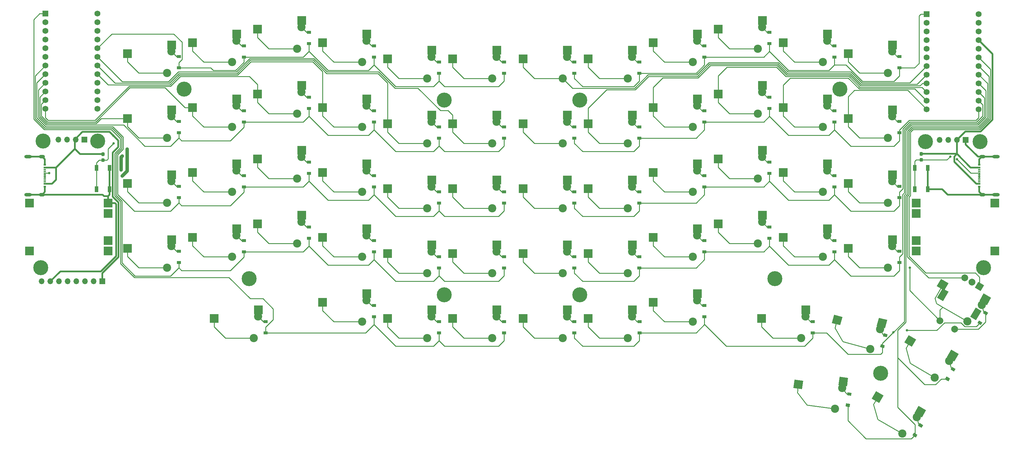
<source format=gbr>
G04 #@! TF.GenerationSoftware,KiCad,Pcbnew,(5.1.6)-1*
G04 #@! TF.CreationDate,2020-10-06T00:54:28+08:00*
G04 #@! TF.ProjectId,Galia,47616c69-612e-46b6-9963-61645f706362,rev?*
G04 #@! TF.SameCoordinates,Original*
G04 #@! TF.FileFunction,Copper,L2,Bot*
G04 #@! TF.FilePolarity,Positive*
%FSLAX46Y46*%
G04 Gerber Fmt 4.6, Leading zero omitted, Abs format (unit mm)*
G04 Created by KiCad (PCBNEW (5.1.6)-1) date 2020-10-06 00:54:28*
%MOMM*%
%LPD*%
G01*
G04 APERTURE LIST*
G04 #@! TA.AperFunction,ComponentPad*
%ADD10C,4.400000*%
G04 #@! TD*
G04 #@! TA.AperFunction,SMDPad,CuDef*
%ADD11R,1.000000X1.700000*%
G04 #@! TD*
G04 #@! TA.AperFunction,ComponentPad*
%ADD12R,2.500000X2.500000*%
G04 #@! TD*
G04 #@! TA.AperFunction,SMDPad,CuDef*
%ADD13R,2.550000X2.500000*%
G04 #@! TD*
G04 #@! TA.AperFunction,ComponentPad*
%ADD14C,2.400000*%
G04 #@! TD*
G04 #@! TA.AperFunction,ComponentPad*
%ADD15C,2.000000*%
G04 #@! TD*
G04 #@! TA.AperFunction,ComponentPad*
%ADD16C,0.100000*%
G04 #@! TD*
G04 #@! TA.AperFunction,SMDPad,CuDef*
%ADD17C,0.100000*%
G04 #@! TD*
G04 #@! TA.AperFunction,ComponentPad*
%ADD18O,2.200000X1.000000*%
G04 #@! TD*
G04 #@! TA.AperFunction,ComponentPad*
%ADD19O,1.800000X1.000000*%
G04 #@! TD*
G04 #@! TA.AperFunction,SMDPad,CuDef*
%ADD20R,0.800000X0.600000*%
G04 #@! TD*
G04 #@! TA.AperFunction,SMDPad,CuDef*
%ADD21R,0.800000X0.300000*%
G04 #@! TD*
G04 #@! TA.AperFunction,ComponentPad*
%ADD22O,1.700000X1.700000*%
G04 #@! TD*
G04 #@! TA.AperFunction,ComponentPad*
%ADD23R,1.700000X1.700000*%
G04 #@! TD*
G04 #@! TA.AperFunction,SMDPad,CuDef*
%ADD24R,1.200000X0.900000*%
G04 #@! TD*
G04 #@! TA.AperFunction,ComponentPad*
%ADD25C,1.752600*%
G04 #@! TD*
G04 #@! TA.AperFunction,ComponentPad*
%ADD26R,1.752600X1.752600*%
G04 #@! TD*
G04 #@! TA.AperFunction,ViaPad*
%ADD27C,0.700000*%
G04 #@! TD*
G04 #@! TA.AperFunction,Conductor*
%ADD28C,0.250000*%
G04 #@! TD*
G04 #@! TA.AperFunction,Conductor*
%ADD29C,0.500000*%
G04 #@! TD*
G04 #@! TA.AperFunction,Conductor*
%ADD30C,1.000000*%
G04 #@! TD*
G04 APERTURE END LIST*
D10*
X73081297Y-72328799D03*
X57081297Y-72328799D03*
X331532500Y-72487549D03*
X315532500Y-72487549D03*
D11*
X312425000Y-80193750D03*
X312425000Y-86493750D03*
X316225000Y-80193750D03*
X316225000Y-86493750D03*
D12*
X312856250Y-101581250D03*
X312856250Y-93581250D03*
X312856250Y-104581250D03*
X312856250Y-90581250D03*
X335856250Y-104581250D03*
X335856250Y-90581250D03*
X76081548Y-93581198D03*
X76081548Y-101581198D03*
X76081548Y-90581198D03*
X76081548Y-104581198D03*
X53081548Y-90581198D03*
X53081548Y-104581198D03*
D10*
X56356248Y-109537500D03*
X332581250Y-109537500D03*
X302418750Y-140493750D03*
X271462500Y-112712500D03*
X290512500Y-57150000D03*
X214312500Y-117475000D03*
X214312500Y-60325000D03*
X117475000Y-112712500D03*
X98425000Y-57150000D03*
X174625000Y-117475000D03*
X174625000Y-60325000D03*
D13*
X292952500Y-103822500D03*
X305879500Y-101282500D03*
D14*
X305787500Y-103212500D03*
X304537500Y-109512500D03*
D15*
X324146314Y-127576887D03*
G04 #@! TA.AperFunction,ComponentPad*
D16*
G36*
X331030289Y-113653493D02*
G01*
X332762339Y-114653493D01*
X331762339Y-116385543D01*
X330030289Y-115385543D01*
X331030289Y-113653493D01*
G37*
G04 #@! TD.AperFunction*
D15*
X329231250Y-113769518D03*
X327066186Y-112519518D03*
X319816186Y-125076887D03*
G04 #@! TA.AperFunction,ComponentPad*
D16*
G36*
X330264967Y-121179068D02*
G01*
X331997017Y-122179068D01*
X330397017Y-124950350D01*
X328664967Y-123950350D01*
X330264967Y-121179068D01*
G37*
G04 #@! TD.AperFunction*
G04 #@! TA.AperFunction,ComponentPad*
G36*
X320565483Y-115579068D02*
G01*
X322297533Y-116579068D01*
X320697533Y-119350350D01*
X318965483Y-118350350D01*
X320565483Y-115579068D01*
G37*
G04 #@! TD.AperFunction*
D13*
X235802500Y-43497501D03*
X248729500Y-40957501D03*
D14*
X248637500Y-42887501D03*
X247387500Y-49187501D03*
D13*
X235802501Y-119697500D03*
X248729501Y-117157500D03*
D14*
X248637501Y-119087500D03*
X247387501Y-125387500D03*
G04 #@! TA.AperFunction,SMDPad,CuDef*
D17*
G36*
X312819642Y-130575261D02*
G01*
X311569642Y-132740325D01*
X309361278Y-131465325D01*
X310611278Y-129300261D01*
X312819642Y-130575261D01*
G37*
G04 #@! TD.AperFunction*
G04 #@! TA.AperFunction,SMDPad,CuDef*
G36*
X325284752Y-134839057D02*
G01*
X324034752Y-137004121D01*
X321826388Y-135729121D01*
X323076388Y-133564057D01*
X325284752Y-134839057D01*
G37*
G04 #@! TD.AperFunction*
D14*
X322510896Y-136909518D03*
X318278364Y-141740478D03*
X327803364Y-125242689D03*
X332035896Y-120411729D03*
G04 #@! TA.AperFunction,SMDPad,CuDef*
D17*
G36*
X334809752Y-118341268D02*
G01*
X333559752Y-120506332D01*
X331351388Y-119231332D01*
X332601388Y-117066268D01*
X334809752Y-118341268D01*
G37*
G04 #@! TD.AperFunction*
G04 #@! TA.AperFunction,SMDPad,CuDef*
G36*
X322344642Y-114077472D02*
G01*
X321094642Y-116242536D01*
X318886278Y-114967536D01*
X320136278Y-112802472D01*
X322344642Y-114077472D01*
G37*
G04 #@! TD.AperFunction*
G04 #@! TA.AperFunction,SMDPad,CuDef*
G36*
X303294641Y-147069015D02*
G01*
X302044641Y-149234079D01*
X299836277Y-147959079D01*
X301086277Y-145794015D01*
X303294641Y-147069015D01*
G37*
G04 #@! TD.AperFunction*
G04 #@! TA.AperFunction,SMDPad,CuDef*
G36*
X315759751Y-151332811D02*
G01*
X314509751Y-153497875D01*
X312301387Y-152222875D01*
X313551387Y-150057811D01*
X315759751Y-151332811D01*
G37*
G04 #@! TD.AperFunction*
D14*
X312985895Y-153403272D03*
X308753363Y-158234232D03*
G04 #@! TA.AperFunction,SMDPad,CuDef*
D17*
G36*
X279759400Y-142690316D02*
G01*
X279433084Y-145168928D01*
X276904900Y-144836086D01*
X277231216Y-142357474D01*
X279759400Y-142690316D01*
G37*
G04 #@! TD.AperFunction*
G04 #@! TA.AperFunction,SMDPad,CuDef*
G36*
X292907344Y-141859358D02*
G01*
X292581028Y-144337970D01*
X290052844Y-144005128D01*
X290379160Y-141526516D01*
X292907344Y-141859358D01*
G37*
G04 #@! TD.AperFunction*
D14*
X291136965Y-144833723D03*
X289075344Y-150916668D03*
D13*
X273902500Y-100647499D03*
X286829500Y-98107499D03*
D14*
X286737500Y-100037499D03*
X285487500Y-106337499D03*
G04 #@! TA.AperFunction,SMDPad,CuDef*
D17*
G36*
X291232282Y-123984655D02*
G01*
X290585235Y-126399470D01*
X288122124Y-125739481D01*
X288769171Y-123324666D01*
X291232282Y-123984655D01*
G37*
G04 #@! TD.AperFunction*
G04 #@! TA.AperFunction,SMDPad,CuDef*
G36*
X304376205Y-124876958D02*
G01*
X303729158Y-127291773D01*
X301266047Y-126631784D01*
X301913094Y-124216969D01*
X304376205Y-124876958D01*
G37*
G04 #@! TD.AperFunction*
D14*
X302232740Y-127594796D03*
X299394773Y-133356605D03*
D13*
X292952498Y-84772500D03*
X305879498Y-82232500D03*
D14*
X305787498Y-84162500D03*
X304537498Y-90462500D03*
D13*
X292952500Y-65722501D03*
X305879500Y-63182501D03*
D14*
X305787500Y-65112501D03*
X304537500Y-71412501D03*
D13*
X273902500Y-81597499D03*
X286829500Y-79057499D03*
D14*
X286737500Y-80987499D03*
X285487500Y-87287499D03*
D13*
X177065000Y-124460000D03*
X189992000Y-121920000D03*
D14*
X189900000Y-123850000D03*
X188650000Y-130150000D03*
D13*
X197702500Y-48260000D03*
X210629500Y-45720000D03*
D14*
X210537500Y-47650000D03*
X209287500Y-53950000D03*
D13*
X158015000Y-105410000D03*
X170942000Y-102870000D03*
D14*
X170850000Y-104800000D03*
X169600000Y-111100000D03*
D13*
X177065000Y-105410000D03*
X189992000Y-102870000D03*
D14*
X189900000Y-104800000D03*
X188650000Y-111100000D03*
D13*
X177065000Y-86360000D03*
X189992000Y-83820000D03*
D14*
X189900000Y-85750000D03*
X188650000Y-92050000D03*
D13*
X177065000Y-67310000D03*
X189992000Y-64770000D03*
D14*
X189900000Y-66700000D03*
X188650000Y-73000000D03*
D13*
X177065000Y-48260000D03*
X189992000Y-45720000D03*
D14*
X189900000Y-47650000D03*
X188650000Y-53950000D03*
D13*
X158015000Y-124460000D03*
X170942000Y-121920000D03*
D14*
X170850000Y-123850000D03*
X169600000Y-130150000D03*
D13*
X158015000Y-86360000D03*
X170942000Y-83820000D03*
D14*
X170850000Y-85750000D03*
X169600000Y-92050000D03*
D13*
X158015000Y-67310000D03*
X170942000Y-64770000D03*
D14*
X170850000Y-66700000D03*
X169600000Y-73000000D03*
D13*
X158015000Y-48260000D03*
X170942000Y-45720000D03*
D14*
X170850000Y-47650000D03*
X169600000Y-53950000D03*
D13*
X138965000Y-119697500D03*
X151892000Y-117157500D03*
D14*
X151800000Y-119087500D03*
X150550000Y-125387500D03*
D13*
X138965000Y-100647500D03*
X151892000Y-98107500D03*
D14*
X151800000Y-100037500D03*
X150550000Y-106337500D03*
D13*
X138965000Y-81597500D03*
X151892000Y-79057500D03*
D14*
X151800000Y-80987500D03*
X150550000Y-87287500D03*
D13*
X138965000Y-62547500D03*
X151892000Y-60007500D03*
D14*
X151800000Y-61937500D03*
X150550000Y-68237500D03*
D13*
X138965000Y-43497500D03*
X151892000Y-40957500D03*
D14*
X151800000Y-42887500D03*
X150550000Y-49187500D03*
D13*
X107215000Y-124460000D03*
X120142000Y-121920000D03*
D14*
X120050000Y-123850000D03*
X118800000Y-130150000D03*
D13*
X119915000Y-96678750D03*
X132842000Y-94138750D03*
D14*
X132750000Y-96068750D03*
X131500000Y-102368750D03*
D13*
X119915000Y-77628750D03*
X132842000Y-75088750D03*
D14*
X132750000Y-77018750D03*
X131500000Y-83318750D03*
D13*
X119915000Y-58578750D03*
X132842000Y-56038750D03*
D14*
X132750000Y-57968750D03*
X131500000Y-64268750D03*
D13*
X119915000Y-39528750D03*
X132842000Y-36988750D03*
D14*
X132750000Y-38918750D03*
X131500000Y-45218750D03*
D13*
X100865000Y-100647500D03*
X113792000Y-98107500D03*
D14*
X113700000Y-100037500D03*
X112450000Y-106337500D03*
D13*
X100865000Y-81597500D03*
X113792000Y-79057500D03*
D14*
X113700000Y-80987500D03*
X112450000Y-87287500D03*
D13*
X100865000Y-62547500D03*
X113792000Y-60007500D03*
D14*
X113700000Y-61937500D03*
X112450000Y-68237500D03*
D13*
X100865000Y-43497500D03*
X113792000Y-40957500D03*
D14*
X113700000Y-42887500D03*
X112450000Y-49187500D03*
D13*
X81815000Y-103822500D03*
X94742000Y-101282500D03*
D14*
X94650000Y-103212500D03*
X93400000Y-109512500D03*
D13*
X81815000Y-84772500D03*
X94742000Y-82232500D03*
D14*
X94650000Y-84162500D03*
X93400000Y-90462500D03*
D13*
X81815000Y-65722500D03*
X94742000Y-63182500D03*
D14*
X94650000Y-65112500D03*
X93400000Y-71412500D03*
D13*
X81815000Y-46672500D03*
X94742000Y-44132500D03*
D14*
X94650000Y-46062500D03*
X93400000Y-52362500D03*
D13*
X292952501Y-46672500D03*
X305879501Y-44132500D03*
D14*
X305787501Y-46062500D03*
X304537501Y-52362500D03*
D13*
X273902499Y-62547500D03*
X286829499Y-60007500D03*
D14*
X286737499Y-61937500D03*
X285487499Y-68237500D03*
D13*
X273902499Y-43497500D03*
X286829499Y-40957500D03*
D14*
X286737499Y-42887500D03*
X285487499Y-49187500D03*
D13*
X267552500Y-124460000D03*
X280479500Y-121920000D03*
D14*
X280387500Y-123850000D03*
X279137500Y-130150000D03*
D13*
X254852501Y-96678750D03*
X267779501Y-94138750D03*
D14*
X267687501Y-96068750D03*
X266437501Y-102368750D03*
D13*
X254852501Y-77628749D03*
X267779501Y-75088749D03*
D14*
X267687501Y-77018749D03*
X266437501Y-83318749D03*
D13*
X254852500Y-58578751D03*
X267779500Y-56038751D03*
D14*
X267687500Y-57968751D03*
X266437500Y-64268751D03*
D13*
X254852501Y-39528750D03*
X267779501Y-36988750D03*
D14*
X267687501Y-38918750D03*
X266437501Y-45218750D03*
D13*
X235802500Y-100647499D03*
X248729500Y-98107499D03*
D14*
X248637500Y-100037499D03*
X247387500Y-106337499D03*
D13*
X235802500Y-81597499D03*
X248729500Y-79057499D03*
D14*
X248637500Y-80987499D03*
X247387500Y-87287499D03*
D13*
X235802500Y-62547501D03*
X248729500Y-60007501D03*
D14*
X248637500Y-61937501D03*
X247387500Y-68237501D03*
D13*
X216752499Y-124460002D03*
X229679499Y-121920002D03*
D14*
X229587499Y-123850002D03*
X228337499Y-130150002D03*
D13*
X216752499Y-105410000D03*
X229679499Y-102870000D03*
D14*
X229587499Y-104800000D03*
X228337499Y-111100000D03*
D13*
X216752501Y-86360000D03*
X229679501Y-83820000D03*
D14*
X229587501Y-85750000D03*
X228337501Y-92050000D03*
D13*
X216752499Y-67310000D03*
X229679499Y-64770000D03*
D14*
X229587499Y-66700000D03*
X228337499Y-73000000D03*
D13*
X216752500Y-48259999D03*
X229679500Y-45719999D03*
D14*
X229587500Y-47649999D03*
X228337500Y-53949999D03*
D13*
X197702501Y-124459999D03*
X210629501Y-121919999D03*
D14*
X210537501Y-123849999D03*
X209287501Y-130149999D03*
D13*
X197702501Y-105410000D03*
X210629501Y-102870000D03*
D14*
X210537501Y-104800000D03*
X209287501Y-111100000D03*
D13*
X197702501Y-86360000D03*
X210629501Y-83820000D03*
D14*
X210537501Y-85750000D03*
X209287501Y-92050000D03*
D13*
X197702500Y-67310001D03*
X210629500Y-64770001D03*
D14*
X210537500Y-66700001D03*
X209287500Y-73000001D03*
G04 #@! TA.AperFunction,SMDPad,CuDef*
D17*
G36*
X331824942Y-126352112D02*
G01*
X330785712Y-125752112D01*
X331235712Y-124972690D01*
X332274942Y-125572690D01*
X331824942Y-126352112D01*
G37*
G04 #@! TD.AperFunction*
G04 #@! TA.AperFunction,SMDPad,CuDef*
G36*
X333474942Y-123494228D02*
G01*
X332435712Y-122894228D01*
X332885712Y-122114806D01*
X333924942Y-122714806D01*
X333474942Y-123494228D01*
G37*
G04 #@! TD.AperFunction*
G04 #@! TA.AperFunction,SMDPad,CuDef*
G36*
X322299942Y-142849901D02*
G01*
X321260712Y-142249901D01*
X321710712Y-141470479D01*
X322749942Y-142070479D01*
X322299942Y-142849901D01*
G37*
G04 #@! TD.AperFunction*
G04 #@! TA.AperFunction,SMDPad,CuDef*
G36*
X323949942Y-139992017D02*
G01*
X322910712Y-139392017D01*
X323360712Y-138612595D01*
X324399942Y-139212595D01*
X323949942Y-139992017D01*
G37*
G04 #@! TD.AperFunction*
G04 #@! TA.AperFunction,SMDPad,CuDef*
G36*
X312774942Y-159347685D02*
G01*
X311735712Y-158747685D01*
X312185712Y-157968263D01*
X313224942Y-158568263D01*
X312774942Y-159347685D01*
G37*
G04 #@! TD.AperFunction*
G04 #@! TA.AperFunction,SMDPad,CuDef*
G36*
X314424942Y-156489801D02*
G01*
X313385712Y-155889801D01*
X313835712Y-155110379D01*
X314874942Y-155710379D01*
X314424942Y-156489801D01*
G37*
G04 #@! TD.AperFunction*
D18*
X336237500Y-76931250D03*
X336237500Y-88081250D03*
D19*
X332237500Y-76931250D03*
X332237500Y-88081250D03*
D20*
X331337500Y-85706250D03*
X331337500Y-79306250D03*
X331337500Y-80106250D03*
X331337500Y-84906250D03*
D21*
X331337500Y-83256250D03*
X331337500Y-81756250D03*
X331337500Y-82756250D03*
X331337500Y-82256250D03*
X331337500Y-81256250D03*
X331337500Y-80756250D03*
X331337500Y-83756250D03*
X331337500Y-84256250D03*
D18*
X52700000Y-88081250D03*
X52700000Y-76931250D03*
D19*
X56700000Y-88081250D03*
X56700000Y-76931250D03*
D20*
X57600000Y-79306250D03*
X57600000Y-85706250D03*
X57600000Y-84906250D03*
X57600000Y-80106250D03*
D21*
X57600000Y-81756250D03*
X57600000Y-83256250D03*
X57600000Y-82256250D03*
X57600000Y-82756250D03*
X57600000Y-83756250D03*
X57600000Y-84256250D03*
X57600000Y-81256250D03*
X57600000Y-80756250D03*
D22*
X61595000Y-71913750D03*
X64135000Y-71913750D03*
X66675000Y-71913750D03*
D23*
X69215000Y-71913750D03*
X327342500Y-71987549D03*
D22*
X324802500Y-71987549D03*
X322262500Y-71987549D03*
X319722500Y-71987549D03*
G04 #@! TA.AperFunction,SMDPad,CuDef*
D17*
G36*
X293367822Y-150403818D02*
G01*
X292178088Y-150247186D01*
X292295562Y-149354886D01*
X293485296Y-149511518D01*
X293367822Y-150403818D01*
G37*
G04 #@! TD.AperFunction*
G04 #@! TA.AperFunction,SMDPad,CuDef*
G36*
X293798558Y-147132050D02*
G01*
X292608824Y-146975418D01*
X292726298Y-146083118D01*
X293916032Y-146239750D01*
X293798558Y-147132050D01*
G37*
G04 #@! TD.AperFunction*
D24*
X288925001Y-104837501D03*
X288925001Y-101537501D03*
G04 #@! TA.AperFunction,SMDPad,CuDef*
D17*
G36*
X303413371Y-133131543D02*
G01*
X302254260Y-132820960D01*
X302487197Y-131951627D01*
X303646308Y-132262210D01*
X303413371Y-133131543D01*
G37*
G04 #@! TD.AperFunction*
G04 #@! TA.AperFunction,SMDPad,CuDef*
G36*
X304267473Y-129943987D02*
G01*
X303108362Y-129633404D01*
X303341299Y-128764071D01*
X304500410Y-129074654D01*
X304267473Y-129943987D01*
G37*
G04 #@! TD.AperFunction*
D24*
X307975000Y-88962500D03*
X307975000Y-85662500D03*
X307974999Y-69912499D03*
X307974999Y-66612499D03*
X212725000Y-52450000D03*
X212725000Y-49150000D03*
D25*
X73025000Y-34942500D03*
X57785000Y-62882500D03*
X73025000Y-37482500D03*
X73025000Y-40022500D03*
X73025000Y-42562500D03*
X73025000Y-45102500D03*
X73025000Y-47642500D03*
X73025000Y-50182500D03*
X73025000Y-52722500D03*
X73025000Y-55262500D03*
X73025000Y-57802500D03*
X73025000Y-60342500D03*
X73025000Y-62882500D03*
X57785000Y-60342500D03*
X57785000Y-57802500D03*
X57785000Y-55262500D03*
X57785000Y-52722500D03*
X57785000Y-50182500D03*
X57785000Y-47642500D03*
X57785000Y-45102500D03*
X57785000Y-42562500D03*
X57785000Y-40022500D03*
X57785000Y-37482500D03*
D26*
X57785000Y-34942500D03*
D25*
X331152500Y-35101250D03*
X315912500Y-63041250D03*
X331152500Y-37641250D03*
X331152500Y-40181250D03*
X331152500Y-42721250D03*
X331152500Y-45261250D03*
X331152500Y-47801250D03*
X331152500Y-50341250D03*
X331152500Y-52881250D03*
X331152500Y-55421250D03*
X331152500Y-57961250D03*
X331152500Y-60501250D03*
X331152500Y-63041250D03*
X315912500Y-60501250D03*
X315912500Y-57961250D03*
X315912500Y-55421250D03*
X315912500Y-52881250D03*
X315912500Y-50341250D03*
X315912500Y-47801250D03*
X315912500Y-45261250D03*
X315912500Y-42721250D03*
X315912500Y-40181250D03*
X315912500Y-37641250D03*
D26*
X315912500Y-35101250D03*
D11*
X72712500Y-80193750D03*
X72712500Y-86493750D03*
X76512500Y-80193750D03*
X76512500Y-86493750D03*
G04 #@! TA.AperFunction,SMDPad,CuDef*
G36*
G01*
X74375000Y-75675000D02*
X74850000Y-75675000D01*
G75*
G02*
X75087500Y-75912500I0J-237500D01*
G01*
X75087500Y-76487500D01*
G75*
G02*
X74850000Y-76725000I-237500J0D01*
G01*
X74375000Y-76725000D01*
G75*
G02*
X74137500Y-76487500I0J237500D01*
G01*
X74137500Y-75912500D01*
G75*
G02*
X74375000Y-75675000I237500J0D01*
G01*
G37*
G04 #@! TD.AperFunction*
G04 #@! TA.AperFunction,SMDPad,CuDef*
G36*
G01*
X74375000Y-77425000D02*
X74850000Y-77425000D01*
G75*
G02*
X75087500Y-77662500I0J-237500D01*
G01*
X75087500Y-78237500D01*
G75*
G02*
X74850000Y-78475000I-237500J0D01*
G01*
X74375000Y-78475000D01*
G75*
G02*
X74137500Y-78237500I0J237500D01*
G01*
X74137500Y-77662500D01*
G75*
G02*
X74375000Y-77425000I237500J0D01*
G01*
G37*
G04 #@! TD.AperFunction*
G04 #@! TA.AperFunction,SMDPad,CuDef*
G36*
G01*
X314087500Y-75593750D02*
X314562500Y-75593750D01*
G75*
G02*
X314800000Y-75831250I0J-237500D01*
G01*
X314800000Y-76406250D01*
G75*
G02*
X314562500Y-76643750I-237500J0D01*
G01*
X314087500Y-76643750D01*
G75*
G02*
X313850000Y-76406250I0J237500D01*
G01*
X313850000Y-75831250D01*
G75*
G02*
X314087500Y-75593750I237500J0D01*
G01*
G37*
G04 #@! TD.AperFunction*
G04 #@! TA.AperFunction,SMDPad,CuDef*
G36*
G01*
X314087500Y-77343750D02*
X314562500Y-77343750D01*
G75*
G02*
X314800000Y-77581250I0J-237500D01*
G01*
X314800000Y-78156250D01*
G75*
G02*
X314562500Y-78393750I-237500J0D01*
G01*
X314087500Y-78393750D01*
G75*
G02*
X313850000Y-78156250I0J237500D01*
G01*
X313850000Y-77581250D01*
G75*
G02*
X314087500Y-77343750I237500J0D01*
G01*
G37*
G04 #@! TD.AperFunction*
D23*
X74453750Y-113506250D03*
D22*
X71913750Y-113506250D03*
X69373750Y-113506250D03*
X66833750Y-113506250D03*
X64293750Y-113506250D03*
X61753750Y-113506250D03*
X59213750Y-113506250D03*
X56673750Y-113506250D03*
D24*
X192087500Y-128650000D03*
X192087500Y-125350000D03*
X192087500Y-109600000D03*
X192087500Y-106300000D03*
X192087500Y-90550000D03*
X192087500Y-87250000D03*
X192087500Y-71500000D03*
X192087500Y-68200000D03*
X192087500Y-52450000D03*
X192087500Y-49150000D03*
X173037500Y-128650000D03*
X173037500Y-125350000D03*
X173037500Y-109600000D03*
X173037500Y-106300000D03*
X173037500Y-90550000D03*
X173037500Y-87250000D03*
X173037500Y-71500000D03*
X173037500Y-68200000D03*
X173037500Y-52450000D03*
X173037500Y-49150000D03*
X153987500Y-123887500D03*
X153987500Y-120587500D03*
X153987500Y-104837500D03*
X153987500Y-101537500D03*
X153987500Y-85787500D03*
X153987500Y-82487500D03*
X153987500Y-66737500D03*
X153987500Y-63437500D03*
X153987500Y-47687500D03*
X153987500Y-44387500D03*
X122237500Y-128650000D03*
X122237500Y-125350000D03*
X134937500Y-100868750D03*
X134937500Y-97568750D03*
X134937500Y-81818750D03*
X134937500Y-78518750D03*
X134937500Y-62768750D03*
X134937500Y-59468750D03*
X134937500Y-43718750D03*
X134937500Y-40418750D03*
X115887500Y-104837500D03*
X115887500Y-101537500D03*
X115887500Y-85787500D03*
X115887500Y-82487500D03*
X115887500Y-66737500D03*
X115887500Y-63437500D03*
X115887500Y-47687500D03*
X115887500Y-44387500D03*
X96837500Y-108012500D03*
X96837500Y-104712500D03*
X96837500Y-88962500D03*
X96837500Y-85662500D03*
X96837500Y-69912500D03*
X96837500Y-66612500D03*
X96837500Y-50862500D03*
X96837500Y-47562500D03*
X307975001Y-108012500D03*
X307975001Y-104712500D03*
X307974999Y-50862501D03*
X307974999Y-47562501D03*
X288925000Y-85787500D03*
X288925000Y-82487500D03*
X288925000Y-66737499D03*
X288925000Y-63437499D03*
X288925000Y-47687499D03*
X288925000Y-44387499D03*
X282575000Y-128650001D03*
X282575000Y-125350001D03*
X269875000Y-100868750D03*
X269875000Y-97568750D03*
X269875000Y-81818750D03*
X269875000Y-78518750D03*
X269874999Y-62768749D03*
X269874999Y-59468749D03*
X269875000Y-43718751D03*
X269875000Y-40418751D03*
X250825000Y-123887501D03*
X250825000Y-120587501D03*
X250825001Y-104837500D03*
X250825001Y-101537500D03*
X250825000Y-85787500D03*
X250825000Y-82487500D03*
X250825001Y-66737500D03*
X250825001Y-63437500D03*
X250825000Y-47687500D03*
X250825000Y-44387500D03*
X231787500Y-128650000D03*
X231787500Y-125350000D03*
X231775000Y-109600001D03*
X231775000Y-106300001D03*
X231775000Y-90550001D03*
X231775000Y-87250001D03*
X231775000Y-71500000D03*
X231775000Y-68200000D03*
X231775000Y-52450000D03*
X231775000Y-49150000D03*
X212725000Y-128649999D03*
X212725000Y-125349999D03*
X212724999Y-109600000D03*
X212724999Y-106300000D03*
X212725000Y-90549999D03*
X212725000Y-87249999D03*
X212725000Y-71499999D03*
X212725000Y-68199999D03*
D27*
X310181250Y-127914709D03*
X306143818Y-128527277D03*
X77631328Y-70750000D03*
X79950000Y-80850000D03*
X80300000Y-76750000D03*
X322800000Y-76918750D03*
X77750000Y-73000000D03*
X310956280Y-109500000D03*
X324800000Y-77700000D03*
X58850000Y-81750000D03*
X81700000Y-74750000D03*
X80250000Y-82600000D03*
D28*
X212037500Y-49150000D02*
X210537500Y-47650000D01*
X212725000Y-49150000D02*
X212037500Y-49150000D01*
X210629500Y-47558000D02*
X210537500Y-47650000D01*
X210629500Y-45720000D02*
X210629500Y-47558000D01*
X212725000Y-52450000D02*
X212725000Y-53975000D01*
X215125000Y-56375000D02*
X230168750Y-56375000D01*
X212725000Y-53975000D02*
X215125000Y-56375000D01*
X231775000Y-54768750D02*
X231775000Y-52450000D01*
X230168750Y-56375000D02*
X231775000Y-54768750D01*
X231775000Y-52450000D02*
X248381250Y-52450000D01*
X248381250Y-52450000D02*
X250825000Y-50006250D01*
X250825000Y-50006250D02*
X250825000Y-47687500D01*
X250825000Y-47687500D02*
X268225000Y-47687500D01*
X268225000Y-47687500D02*
X269875000Y-46037500D01*
X269875000Y-46037500D02*
X269875000Y-43718751D01*
X275450001Y-51612501D02*
X287318749Y-51612501D01*
X269875000Y-46037500D02*
X275450001Y-51612501D01*
X287318749Y-51612501D02*
X288925000Y-50006250D01*
X288925000Y-50006250D02*
X288925000Y-47687499D01*
X314186250Y-35101250D02*
X315912500Y-35101250D01*
X312374999Y-50862501D02*
X313662500Y-49575000D01*
X313662500Y-49575000D02*
X313662500Y-35625000D01*
X313662500Y-35625000D02*
X314186250Y-35101250D01*
X307974999Y-50862501D02*
X312374999Y-50862501D01*
X292306250Y-50006250D02*
X288925000Y-50006250D01*
X297087501Y-54787501D02*
X292306250Y-50006250D01*
X306368749Y-54787501D02*
X297087501Y-54787501D01*
X307974999Y-50862501D02*
X307974999Y-53181251D01*
X307974999Y-53181251D02*
X306368749Y-54787501D01*
X210629500Y-66608000D02*
X210537500Y-66700000D01*
X210629500Y-64770000D02*
X210629500Y-66608000D01*
X212037500Y-68200000D02*
X210537500Y-66700000D01*
X212725000Y-68200000D02*
X212037500Y-68200000D01*
X306368749Y-73837501D02*
X307974999Y-72231251D01*
X288925000Y-69056250D02*
X293706251Y-73837501D01*
X293706251Y-73837501D02*
X306368749Y-73837501D01*
X307974999Y-72231251D02*
X307974999Y-69912501D01*
X250825000Y-66737500D02*
X268225000Y-66737500D01*
X268225000Y-66737500D02*
X269875000Y-65087500D01*
X231775000Y-73818750D02*
X231775000Y-71500000D01*
X230168750Y-75425000D02*
X231775000Y-73818750D01*
X212725000Y-71500000D02*
X212725000Y-73025000D01*
X212725000Y-73025000D02*
X215125000Y-75425000D01*
X215125000Y-75425000D02*
X230168750Y-75425000D01*
X269875000Y-65087500D02*
X275450001Y-70662501D01*
X287318749Y-70662501D02*
X288925000Y-69056250D01*
X275450001Y-70662501D02*
X287318749Y-70662501D01*
X231775000Y-71500000D02*
X248381250Y-71500000D01*
X250825000Y-69056250D02*
X250825000Y-66737500D01*
X248381250Y-71500000D02*
X250825000Y-69056250D01*
X288925000Y-66737499D02*
X288925000Y-69056250D01*
X269875000Y-63468750D02*
X269875000Y-65087500D01*
X269874999Y-62768749D02*
X269875000Y-63468750D01*
X331152500Y-65530457D02*
X331152500Y-63041250D01*
X330398193Y-66284764D02*
X331152500Y-65530457D01*
X310800521Y-66284764D02*
X330398193Y-66284764D01*
X307974999Y-69110286D02*
X310800521Y-66284764D01*
X307974999Y-69912499D02*
X307974999Y-69110286D01*
X210629500Y-85658000D02*
X210537500Y-85750000D01*
X210629500Y-83820000D02*
X210629500Y-85658000D01*
X212037500Y-87250000D02*
X210537500Y-85750000D01*
X212725000Y-87250000D02*
X212037500Y-87250000D01*
X306368749Y-92887501D02*
X307974999Y-91281251D01*
X288925000Y-88106250D02*
X293706251Y-92887501D01*
X293706251Y-92887501D02*
X306368749Y-92887501D01*
X307974999Y-91281251D02*
X307974999Y-88962501D01*
X250825000Y-85787500D02*
X268225000Y-85787500D01*
X268225000Y-85787500D02*
X269875000Y-84137500D01*
X231775000Y-92868750D02*
X231775000Y-90550000D01*
X230168750Y-94475000D02*
X231775000Y-92868750D01*
X212725000Y-90550000D02*
X212725000Y-92075000D01*
X212725000Y-92075000D02*
X215125000Y-94475000D01*
X215125000Y-94475000D02*
X230168750Y-94475000D01*
X231775000Y-90550000D02*
X248381250Y-90550000D01*
X250825000Y-88106250D02*
X250825000Y-85787500D01*
X248381250Y-90550000D02*
X250825000Y-88106250D01*
X269875000Y-84137500D02*
X269875000Y-81818750D01*
X288925000Y-88106250D02*
X288925000Y-85787500D01*
X287318749Y-89712501D02*
X288925000Y-88106250D01*
X269875000Y-84137500D02*
X275450001Y-89712501D01*
X275450001Y-89712501D02*
X287318749Y-89712501D01*
X307975000Y-87297502D02*
X307975000Y-88962500D01*
X308931250Y-86341252D02*
X307975000Y-87297502D01*
X308931250Y-68830127D02*
X308931250Y-86341252D01*
X311026602Y-66734775D02*
X308931250Y-68830127D01*
X330584593Y-66734774D02*
X311026602Y-66734775D01*
X332353801Y-64965566D02*
X330584593Y-66734774D01*
X332353801Y-61702551D02*
X332353801Y-64965566D01*
X331152500Y-60501250D02*
X332353801Y-61702551D01*
X210629500Y-104708000D02*
X210537500Y-104800000D01*
X210629500Y-102870000D02*
X210629500Y-104708000D01*
X212037500Y-106300000D02*
X210537500Y-104800000D01*
X212725000Y-106300000D02*
X212037500Y-106300000D01*
X250825000Y-104837500D02*
X268225000Y-104837500D01*
X268225000Y-104837500D02*
X269875000Y-103187500D01*
X231775000Y-111918750D02*
X231775000Y-109600000D01*
X230168750Y-113525000D02*
X231775000Y-111918750D01*
X212725000Y-109600000D02*
X212725000Y-111125000D01*
X212725000Y-111125000D02*
X215125000Y-113525000D01*
X215125000Y-113525000D02*
X230168750Y-113525000D01*
X269875000Y-103187500D02*
X275450001Y-108762501D01*
X287318749Y-108762501D02*
X288925000Y-107156250D01*
X275450001Y-108762501D02*
X287318749Y-108762501D01*
X231775000Y-109600000D02*
X248381250Y-109600000D01*
X248381250Y-109600000D02*
X250825000Y-107156250D01*
X250825000Y-107156250D02*
X250825000Y-104837500D01*
X269875000Y-100868750D02*
X269875000Y-103187500D01*
X288925001Y-105537501D02*
X288925001Y-104837501D01*
X288925000Y-107156250D02*
X288925001Y-105537501D01*
X293706251Y-111937501D02*
X306368749Y-111937501D01*
X307974999Y-110331251D02*
X307974999Y-108012501D01*
X288925000Y-107156250D02*
X293706251Y-111937501D01*
X306368749Y-111937501D02*
X307974999Y-110331251D01*
X308900001Y-88049999D02*
X308900001Y-105447786D01*
X307975001Y-106372786D02*
X307975001Y-108012500D01*
X308900001Y-105447786D02*
X307975001Y-106372786D01*
X309381260Y-69016527D02*
X309381260Y-87568740D01*
X332803810Y-59612560D02*
X332803810Y-65151967D01*
X330770993Y-67184784D02*
X311213003Y-67184784D01*
X331152500Y-57961250D02*
X332803810Y-59612560D01*
X309381260Y-87568740D02*
X308900001Y-88049999D01*
X332803810Y-65151967D02*
X330770993Y-67184784D01*
X311213003Y-67184784D02*
X309381260Y-69016527D01*
X210629500Y-123758000D02*
X210537500Y-123850000D01*
X210629500Y-121920000D02*
X210629500Y-123758000D01*
X212037500Y-125350000D02*
X210537500Y-123850000D01*
X212725000Y-125350000D02*
X212037500Y-125350000D01*
X250825000Y-126206250D02*
X250825000Y-123887500D01*
X231775000Y-130968750D02*
X231775000Y-128650000D01*
X231775000Y-128650000D02*
X248381250Y-128650000D01*
X215125000Y-132575000D02*
X230168750Y-132575000D01*
X212725000Y-128650000D02*
X212725000Y-130175000D01*
X212725000Y-130175000D02*
X215125000Y-132575000D01*
X230168750Y-132575000D02*
X231775000Y-130968750D01*
X302950284Y-131720811D02*
X302950284Y-132541585D01*
X282575000Y-128650001D02*
X286606251Y-128650001D01*
X286606251Y-128650001D02*
X292893750Y-134937500D01*
X292893750Y-134937500D02*
X302418750Y-134937500D01*
X302950284Y-134405966D02*
X302950284Y-132541585D01*
X302418750Y-134937500D02*
X302950284Y-134405966D01*
X318888879Y-127914709D02*
X310181250Y-127914709D01*
X331530327Y-125662401D02*
X330425038Y-126767690D01*
X325966074Y-125662401D02*
X321141187Y-125662401D01*
X330425038Y-126767690D02*
X327071363Y-126767690D01*
X327071363Y-126767690D02*
X325966074Y-125662401D01*
X321141187Y-125662401D02*
X318888879Y-127914709D01*
X306143818Y-128527277D02*
X302950284Y-131720811D01*
X250815624Y-126215627D02*
X250825000Y-126206250D01*
X248381250Y-128650000D02*
X250815624Y-126215627D01*
X282575000Y-128650001D02*
X282575000Y-130175000D01*
X282575000Y-130175000D02*
X280174999Y-132575001D01*
X280174999Y-132575001D02*
X257193751Y-132575001D01*
X250834377Y-126215627D02*
X250815624Y-126215627D01*
X257193751Y-132575001D02*
X250834377Y-126215627D01*
X333281250Y-57550000D02*
X331152500Y-55421250D01*
X333281250Y-65310937D02*
X333281250Y-57550000D01*
X330957393Y-67634794D02*
X333281250Y-65310937D01*
X311399403Y-67634794D02*
X330957393Y-67634794D01*
X306143818Y-128527277D02*
X309350011Y-125321084D01*
X309350011Y-88236399D02*
X309831270Y-87755140D01*
X309350011Y-125321084D02*
X309350011Y-88236399D01*
X309831270Y-87755140D02*
X309831270Y-69202927D01*
X309831270Y-69202927D02*
X311399403Y-67634794D01*
X229679500Y-47558000D02*
X229587500Y-47650000D01*
X229679500Y-45720000D02*
X229679500Y-47558000D01*
X231087500Y-49150000D02*
X229587500Y-47650000D01*
X231775000Y-49150000D02*
X231087500Y-49150000D01*
X229679500Y-66608000D02*
X229587500Y-66700000D01*
X229679500Y-64770000D02*
X229679500Y-66608000D01*
X231087500Y-68200000D02*
X229587500Y-66700000D01*
X231775000Y-68200000D02*
X231087500Y-68200000D01*
X229679500Y-85658000D02*
X229587500Y-85750000D01*
X229679500Y-83820000D02*
X229679500Y-85658000D01*
X231775000Y-87250000D02*
X231087500Y-87250000D01*
X231087500Y-87250000D02*
X229587500Y-85750000D01*
X229679500Y-104708000D02*
X229587500Y-104800000D01*
X229679500Y-102870000D02*
X229679500Y-104708000D01*
X231087500Y-106300000D02*
X229587500Y-104800000D01*
X231775000Y-106300000D02*
X231087500Y-106300000D01*
X229679500Y-123758000D02*
X229587500Y-123850000D01*
X229679500Y-121920000D02*
X229679500Y-123758000D01*
X231087500Y-125350000D02*
X229587500Y-123850000D01*
X231775000Y-125350000D02*
X231087500Y-125350000D01*
X248729500Y-42795500D02*
X248637500Y-42887500D01*
X248729500Y-40957500D02*
X248729500Y-42795500D01*
X250137500Y-44387500D02*
X248637500Y-42887500D01*
X250825000Y-44387500D02*
X250137500Y-44387500D01*
X248729500Y-61845500D02*
X248637500Y-61937500D01*
X248729500Y-60007500D02*
X248729500Y-61845500D01*
X250137500Y-63437500D02*
X248637500Y-61937500D01*
X250825000Y-63437500D02*
X250137500Y-63437500D01*
X248729500Y-80895500D02*
X248637500Y-80987500D01*
X248729500Y-79057500D02*
X248729500Y-80895500D01*
X250825000Y-82487500D02*
X250137500Y-82487500D01*
X250137500Y-82487500D02*
X248637500Y-80987500D01*
X248729500Y-99945500D02*
X248637500Y-100037500D01*
X248729500Y-98107500D02*
X248729500Y-99945500D01*
X250137500Y-101537500D02*
X248637500Y-100037500D01*
X250825000Y-101537500D02*
X250137500Y-101537500D01*
X248729500Y-118995500D02*
X248637500Y-119087500D01*
X248729500Y-117157500D02*
X248729500Y-118995500D01*
X250825000Y-120587500D02*
X250137500Y-120587500D01*
X250137500Y-120587500D02*
X248637500Y-119087500D01*
X267779500Y-38826750D02*
X267687500Y-38918750D01*
X267779500Y-36988750D02*
X267779500Y-38826750D01*
X269187500Y-40418750D02*
X267687500Y-38918750D01*
X269875000Y-40418750D02*
X269187500Y-40418750D01*
X267779500Y-57876750D02*
X267687500Y-57968750D01*
X267779500Y-56038750D02*
X267779500Y-57876750D01*
X269187500Y-59468750D02*
X267687500Y-57968750D01*
X269875000Y-59468750D02*
X269187500Y-59468750D01*
X267779500Y-76926750D02*
X267687500Y-77018750D01*
X267779500Y-75088750D02*
X267779500Y-76926750D01*
X269875000Y-78518750D02*
X269187500Y-78518750D01*
X269187500Y-78518750D02*
X267687500Y-77018750D01*
X267779500Y-95976750D02*
X267687500Y-96068750D01*
X267779500Y-94138750D02*
X267779500Y-95976750D01*
X269187500Y-97568750D02*
X267687500Y-96068750D01*
X269875000Y-97568750D02*
X269187500Y-97568750D01*
X280479500Y-123758000D02*
X280387500Y-123850000D01*
X280479500Y-121920000D02*
X280479500Y-123758000D01*
X281887501Y-125350001D02*
X280387500Y-123850000D01*
X282575000Y-125350001D02*
X281887501Y-125350001D01*
X291240184Y-144754521D02*
X291136965Y-144833723D01*
X291480094Y-142932244D02*
X291240184Y-144754521D01*
X293262428Y-146607584D02*
X292412205Y-146495649D01*
X292412205Y-146495649D02*
X291136965Y-144833724D01*
X320181347Y-142160190D02*
X322005327Y-142160190D01*
X318531250Y-143810287D02*
X320181347Y-142160190D01*
X312480327Y-158657974D02*
X312480327Y-155558919D01*
X315265923Y-143810287D02*
X318531250Y-143810287D01*
X307431250Y-127876255D02*
X307431250Y-135975614D01*
X307431250Y-150509842D02*
X307431250Y-127876255D01*
X312480327Y-155558919D02*
X307431250Y-150509842D01*
X307431250Y-135975614D02*
X315265923Y-143810287D01*
X309800021Y-125507485D02*
X309278753Y-126028753D01*
X309800021Y-88422799D02*
X309800021Y-125507485D01*
X309278753Y-126028753D02*
X307431250Y-127876255D01*
X310281279Y-69389328D02*
X310281279Y-87941541D01*
X331152500Y-52881250D02*
X333731260Y-55460010D01*
X333731260Y-55460010D02*
X333731260Y-65497337D01*
X331143793Y-68084804D02*
X311585803Y-68084804D01*
X310281279Y-87941541D02*
X309800021Y-88422799D01*
X333731260Y-65497337D02*
X331143793Y-68084804D01*
X311585803Y-68084804D02*
X310281279Y-69389328D01*
X298159233Y-159759233D02*
X311379068Y-159759233D01*
X311379068Y-159759233D02*
X312480327Y-158657974D01*
X292831692Y-149879352D02*
X292831692Y-154431692D01*
X292831692Y-154431692D02*
X298159233Y-159759233D01*
X286829500Y-42795500D02*
X286737500Y-42887500D01*
X286829500Y-40957500D02*
X286829500Y-42795500D01*
X288925000Y-44387500D02*
X288237500Y-44387500D01*
X288237500Y-44387500D02*
X286737500Y-42887500D01*
X286829500Y-61845500D02*
X286737500Y-61937500D01*
X286829500Y-60007500D02*
X286829500Y-61845500D01*
X288237500Y-63437500D02*
X286737500Y-61937500D01*
X288925000Y-63437500D02*
X288237500Y-63437500D01*
X286829500Y-80895500D02*
X286737500Y-80987500D01*
X286829500Y-79057500D02*
X286829500Y-80895500D01*
X288925000Y-82487500D02*
X288237500Y-82487500D01*
X288237500Y-82487500D02*
X286737500Y-80987500D01*
X286829500Y-99945500D02*
X286737500Y-100037500D01*
X286829500Y-98107500D02*
X286829500Y-99945500D01*
X288237500Y-101537500D02*
X286737500Y-100037500D01*
X288925000Y-101537500D02*
X288237500Y-101537500D01*
X302345414Y-127529744D02*
X302232740Y-127594796D01*
X302821126Y-125754372D02*
X302345414Y-127529744D01*
X303146688Y-129177799D02*
X302232740Y-127594796D01*
X303804387Y-129354029D02*
X303146688Y-129177799D01*
X313111566Y-153369598D02*
X312985895Y-153403272D01*
X314030568Y-151777844D02*
X313111566Y-153369598D01*
X313534933Y-155452310D02*
X312985895Y-153403272D01*
X314130326Y-155796060D02*
X313534933Y-155452310D01*
X305879500Y-45970500D02*
X305787500Y-46062500D01*
X305879500Y-44132500D02*
X305879500Y-45970500D01*
X307287500Y-47562500D02*
X305787500Y-46062500D01*
X307975000Y-47562500D02*
X307287500Y-47562500D01*
X305879500Y-65020500D02*
X305787500Y-65112500D01*
X305879500Y-63182500D02*
X305879500Y-65020500D01*
X307287500Y-66612500D02*
X305787500Y-65112500D01*
X307975000Y-66612500D02*
X307287500Y-66612500D01*
X305879500Y-84070500D02*
X305787500Y-84162500D01*
X305879500Y-82232500D02*
X305879500Y-84070500D01*
X307975000Y-85662500D02*
X307287500Y-85662500D01*
X307287500Y-85662500D02*
X305787500Y-84162500D01*
X305879500Y-103120500D02*
X305787500Y-103212500D01*
X305879500Y-101282500D02*
X305879500Y-103120500D01*
X307287500Y-104712500D02*
X305787500Y-103212500D01*
X307975000Y-104712500D02*
X307287500Y-104712500D01*
X332161567Y-120378055D02*
X332035896Y-120411729D01*
X333080569Y-118786301D02*
X332161567Y-120378055D01*
X332584934Y-122460767D02*
X332035896Y-120411729D01*
X333180327Y-122804517D02*
X332584934Y-122460767D01*
X331059803Y-127576887D02*
X324146314Y-127576887D01*
X333180327Y-125456363D02*
X331059803Y-127576887D01*
X333180327Y-122804517D02*
X333180327Y-125456363D01*
X322636567Y-136875844D02*
X322510896Y-136909518D01*
X323555569Y-135284090D02*
X322636567Y-136875844D01*
X323655327Y-139302306D02*
X323059934Y-138958556D01*
X323059934Y-138958556D02*
X322510896Y-136909518D01*
X94742000Y-45970500D02*
X94650000Y-46062500D01*
X94742000Y-44132500D02*
X94742000Y-45970500D01*
X96150000Y-47562500D02*
X94650000Y-46062500D01*
X96837500Y-47562500D02*
X96150000Y-47562500D01*
X115887500Y-47687500D02*
X133287500Y-47687500D01*
X133287500Y-47687500D02*
X134937500Y-46037500D01*
X134937500Y-46037500D02*
X134937500Y-43718750D01*
X140512501Y-51612501D02*
X152381249Y-51612501D01*
X152381249Y-51612501D02*
X153987500Y-50006250D01*
X134937500Y-46037500D02*
X140512501Y-51612501D01*
X153987500Y-50006250D02*
X153987500Y-47687500D01*
X160356251Y-56375001D02*
X171431249Y-56375001D01*
X153987500Y-50006250D02*
X160356251Y-56375001D01*
X171431249Y-56375001D02*
X173037500Y-54768750D01*
X173037500Y-54768750D02*
X173037500Y-52450000D01*
X174643751Y-56375001D02*
X190481249Y-56375001D01*
X190481249Y-56375001D02*
X192087500Y-54768750D01*
X192087500Y-54768750D02*
X192087500Y-52450000D01*
X173037500Y-54768750D02*
X174643751Y-56375001D01*
X73025000Y-45102500D02*
X77227500Y-40900000D01*
X77227500Y-40900000D02*
X95350000Y-40900000D01*
X97762501Y-43312501D02*
X97762501Y-48387499D01*
X95350000Y-40900000D02*
X97762501Y-43312501D01*
X96837500Y-49312500D02*
X96837500Y-50862500D01*
X97762501Y-48387499D02*
X96837500Y-49312500D01*
X106912501Y-51612501D02*
X113487499Y-51612501D01*
X106162500Y-50862500D02*
X106912501Y-51612501D01*
X115887500Y-49212500D02*
X115887500Y-47687500D01*
X113487499Y-51612501D02*
X115887500Y-49212500D01*
X96837500Y-50862500D02*
X106162500Y-50862500D01*
X94742000Y-65020500D02*
X94650000Y-65112500D01*
X94742000Y-63182500D02*
X94742000Y-65020500D01*
X96150000Y-66612500D02*
X94650000Y-65112500D01*
X96837500Y-66612500D02*
X96150000Y-66612500D01*
X173037500Y-73818750D02*
X173037500Y-71500000D01*
X153987500Y-69056250D02*
X160356251Y-75425001D01*
X171431249Y-75425001D02*
X173037500Y-73818750D01*
X160356251Y-75425001D02*
X171431249Y-75425001D01*
X115887500Y-66737500D02*
X133287500Y-66737500D01*
X133287500Y-66737500D02*
X134937500Y-65087500D01*
X134937500Y-65087500D02*
X134937500Y-62768750D01*
X190481249Y-75425001D02*
X192087500Y-73818750D01*
X174643751Y-75425001D02*
X190481249Y-75425001D01*
X173037500Y-73818750D02*
X174643751Y-75425001D01*
X192087500Y-73818750D02*
X192087500Y-71500000D01*
X96837500Y-69912500D02*
X96837500Y-71437500D01*
X111918750Y-72231250D02*
X115887500Y-68262500D01*
X115887500Y-68262500D02*
X115887500Y-66737500D01*
X97631250Y-72231250D02*
X111918750Y-72231250D01*
X96837500Y-71437500D02*
X97631250Y-72231250D01*
X134937500Y-65087500D02*
X140512501Y-70662501D01*
X140512501Y-70662501D02*
X152381249Y-70662501D01*
X153987500Y-69056250D02*
X153987500Y-66737500D01*
X152381249Y-70662501D02*
X153987500Y-69056250D01*
X94437499Y-73837501D02*
X96837500Y-71437500D01*
X80668877Y-67634789D02*
X86871589Y-73837501D01*
X86871589Y-73837501D02*
X94437499Y-73837501D01*
X57980111Y-67634789D02*
X80668877Y-67634789D01*
X55683680Y-65338358D02*
X57980111Y-67634789D01*
X55683680Y-57363820D02*
X55683680Y-65338358D01*
X57785000Y-55262500D02*
X55683680Y-57363820D01*
X94742000Y-84070500D02*
X94650000Y-84162500D01*
X94742000Y-82232500D02*
X94742000Y-84070500D01*
X96837500Y-85662500D02*
X96150000Y-85662500D01*
X96150000Y-85662500D02*
X94650000Y-84162500D01*
X173037500Y-92868750D02*
X173037500Y-90550000D01*
X153987500Y-88106250D02*
X160356251Y-94475001D01*
X171431249Y-94475001D02*
X173037500Y-92868750D01*
X160356251Y-94475001D02*
X171431249Y-94475001D01*
X115887500Y-85787500D02*
X133287500Y-85787500D01*
X133287500Y-85787500D02*
X134937500Y-84137500D01*
X134937500Y-84137500D02*
X134937500Y-81818750D01*
X190481249Y-94475001D02*
X192087500Y-92868750D01*
X174643751Y-94475001D02*
X190481249Y-94475001D01*
X173037500Y-92868750D02*
X174643751Y-94475001D01*
X192087500Y-92868750D02*
X192087500Y-90550000D01*
X96837500Y-88962500D02*
X96837500Y-90487500D01*
X111918750Y-91281250D02*
X115887500Y-87312500D01*
X115887500Y-87312500D02*
X115887500Y-85787500D01*
X97631250Y-91281250D02*
X111918750Y-91281250D01*
X96837500Y-90487500D02*
X97631250Y-91281250D01*
X134937500Y-84137500D02*
X140512501Y-89712501D01*
X140512501Y-89712501D02*
X152381249Y-89712501D01*
X153987500Y-88106250D02*
X153987500Y-85787500D01*
X152381249Y-89712501D02*
X153987500Y-88106250D01*
X94437499Y-92887501D02*
X96837500Y-90487500D01*
X83787501Y-92887501D02*
X94437499Y-92887501D01*
X57793711Y-68084799D02*
X77134799Y-68084799D01*
X55233671Y-65524759D02*
X57793711Y-68084799D01*
X80550010Y-71163600D02*
X80550009Y-74733251D01*
X81996358Y-91100000D02*
X82000000Y-91100000D01*
X82000000Y-91100000D02*
X83787501Y-92887501D01*
X57785000Y-52722500D02*
X55233671Y-55273829D01*
X77134799Y-68084799D02*
X77471211Y-68084801D01*
X55233671Y-55273829D02*
X55233671Y-65524759D01*
X77471211Y-68084801D02*
X80550010Y-71163600D01*
X80550009Y-74733251D02*
X78937531Y-76345729D01*
X78937531Y-88041173D02*
X81996358Y-91100000D01*
X78937531Y-76345729D02*
X78937531Y-88041173D01*
X94742000Y-103120500D02*
X94650000Y-103212500D01*
X94742000Y-101282500D02*
X94742000Y-103120500D01*
X96150000Y-104712500D02*
X94650000Y-103212500D01*
X96837500Y-104712500D02*
X96150000Y-104712500D01*
X173037500Y-111918750D02*
X173037500Y-109600000D01*
X153987500Y-107156250D02*
X160356251Y-113525001D01*
X160356251Y-113525001D02*
X171431249Y-113525001D01*
X171431249Y-113525001D02*
X173037500Y-111918750D01*
X115887500Y-104837500D02*
X133287500Y-104837500D01*
X133287500Y-104837500D02*
X134937500Y-103187500D01*
X134937500Y-103187500D02*
X134937500Y-100868750D01*
X190481249Y-113525001D02*
X192087500Y-111918750D01*
X192087500Y-111918750D02*
X192087500Y-109600000D01*
X173037500Y-111918750D02*
X174643751Y-113525001D01*
X174643751Y-113525001D02*
X190481249Y-113525001D01*
X96837500Y-108012500D02*
X96837500Y-109537500D01*
X111918750Y-110331250D02*
X115887500Y-106362500D01*
X115887500Y-106362500D02*
X115887500Y-104837500D01*
X97631250Y-110331250D02*
X111918750Y-110331250D01*
X96837500Y-109537500D02*
X97631250Y-110331250D01*
X134937500Y-103187500D02*
X140512501Y-108762501D01*
X152381249Y-108762501D02*
X153987500Y-107156250D01*
X140512501Y-108762501D02*
X152381249Y-108762501D01*
X153987500Y-107156250D02*
X153987500Y-104837500D01*
X94437499Y-111937501D02*
X96837500Y-109537500D01*
X84037501Y-111937501D02*
X94437499Y-111937501D01*
X77284809Y-68534809D02*
X80100000Y-71350000D01*
X57607311Y-68534809D02*
X77284809Y-68534809D01*
X54783662Y-65711160D02*
X57607311Y-68534809D01*
X54783662Y-53183838D02*
X54783662Y-65711160D01*
X80100000Y-71350000D02*
X80100000Y-74546850D01*
X57785000Y-50182500D02*
X54783662Y-53183838D01*
X80100000Y-74546850D02*
X78974980Y-75671870D01*
X80214999Y-108114999D02*
X84037501Y-111937501D01*
X80214999Y-90614999D02*
X80214998Y-89955050D01*
X80214999Y-90614999D02*
X80214999Y-108114999D01*
X80214999Y-90464999D02*
X80214998Y-89955050D01*
X80214999Y-90464999D02*
X80214999Y-90614999D01*
X80214998Y-89955050D02*
X78487521Y-88227573D01*
X78487521Y-76159329D02*
X78974980Y-75671870D01*
X78487521Y-88227573D02*
X78487521Y-76159329D01*
X113792000Y-42795500D02*
X113700000Y-42887500D01*
X113792000Y-40957500D02*
X113792000Y-42795500D01*
X115200000Y-44387500D02*
X113700000Y-42887500D01*
X115887500Y-44387500D02*
X115200000Y-44387500D01*
X173037500Y-130968750D02*
X173037500Y-128650000D01*
X153987500Y-126206250D02*
X160356251Y-132575001D01*
X171431249Y-132575001D02*
X173037500Y-130968750D01*
X192087500Y-130968750D02*
X192087500Y-128650000D01*
X160356251Y-132575001D02*
X171431249Y-132575001D01*
X190481249Y-132575001D02*
X192087500Y-130968750D01*
X173037500Y-130968750D02*
X174643751Y-132575001D01*
X174643751Y-132575001D02*
X190481249Y-132575001D01*
X153987500Y-126206250D02*
X153987500Y-123887500D01*
X122237500Y-128650000D02*
X151543750Y-128650000D01*
X151543750Y-128650000D02*
X153987500Y-126206250D01*
X124500000Y-124722502D02*
X122237500Y-126985002D01*
X121500000Y-118600000D02*
X124500000Y-121600000D01*
X122237500Y-126985002D02*
X122237500Y-128650000D01*
X111537511Y-112387511D02*
X117750000Y-118600000D01*
X83851101Y-112387511D02*
X111537511Y-112387511D01*
X79764989Y-108301399D02*
X83851101Y-112387511D01*
X54333652Y-36666348D02*
X54333653Y-65897561D01*
X57420911Y-68984819D02*
X77084819Y-68984819D01*
X57785000Y-34942500D02*
X56057500Y-34942500D01*
X54333653Y-65897561D02*
X57420911Y-68984819D01*
X79649990Y-74360450D02*
X78037511Y-75972929D01*
X124500000Y-121600000D02*
X124500000Y-124722502D01*
X56057500Y-34942500D02*
X54333652Y-36666348D01*
X117750000Y-118600000D02*
X121500000Y-118600000D01*
X78037511Y-75972929D02*
X78037511Y-88413973D01*
X77084819Y-68984819D02*
X79649990Y-71549990D01*
X79649990Y-71549990D02*
X79649990Y-74360450D01*
X78037511Y-88413973D02*
X79764989Y-90141451D01*
X79764989Y-90141451D02*
X79764989Y-108301399D01*
X113792000Y-61845500D02*
X113700000Y-61937500D01*
X113792000Y-60007500D02*
X113792000Y-61845500D01*
X115200000Y-63437500D02*
X113700000Y-61937500D01*
X115887500Y-63437500D02*
X115200000Y-63437500D01*
X113792000Y-80895500D02*
X113700000Y-80987500D01*
X113792000Y-79057500D02*
X113792000Y-80895500D01*
X115887500Y-82487500D02*
X115200000Y-82487500D01*
X115200000Y-82487500D02*
X113700000Y-80987500D01*
X113792000Y-99945500D02*
X113700000Y-100037500D01*
X113792000Y-98107500D02*
X113792000Y-99945500D01*
X115200000Y-101537500D02*
X113700000Y-100037500D01*
X115887500Y-101537500D02*
X115200000Y-101537500D01*
X132842000Y-38826750D02*
X132750000Y-38918750D01*
X132842000Y-36988750D02*
X132842000Y-38826750D01*
X134250000Y-40418750D02*
X132750000Y-38918750D01*
X134937500Y-40418750D02*
X134250000Y-40418750D01*
X132842000Y-57876750D02*
X132750000Y-57968750D01*
X132842000Y-56038750D02*
X132842000Y-57876750D01*
X134250000Y-59468750D02*
X132750000Y-57968750D01*
X134937500Y-59468750D02*
X134250000Y-59468750D01*
X132842000Y-76926750D02*
X132750000Y-77018750D01*
X132842000Y-75088750D02*
X132842000Y-76926750D01*
X134937500Y-78518750D02*
X134250000Y-78518750D01*
X134250000Y-78518750D02*
X132750000Y-77018750D01*
X132842000Y-95976750D02*
X132750000Y-96068750D01*
X132842000Y-94138750D02*
X132842000Y-95976750D01*
X134250000Y-97568750D02*
X132750000Y-96068750D01*
X134937500Y-97568750D02*
X134250000Y-97568750D01*
X120142000Y-123758000D02*
X120050000Y-123850000D01*
X120142000Y-121920000D02*
X120142000Y-123758000D01*
X122237500Y-125350000D02*
X121550000Y-125350000D01*
X121550000Y-125350000D02*
X120050000Y-123850000D01*
X151892000Y-42795500D02*
X151800000Y-42887500D01*
X151892000Y-40957500D02*
X151892000Y-42795500D01*
X153300000Y-44387500D02*
X151800000Y-42887500D01*
X153987500Y-44387500D02*
X153300000Y-44387500D01*
X151892000Y-61845500D02*
X151800000Y-61937500D01*
X151892000Y-60007500D02*
X151892000Y-61845500D01*
X153300000Y-63437500D02*
X151800000Y-61937500D01*
X153987500Y-63437500D02*
X153300000Y-63437500D01*
X151892000Y-80895500D02*
X151800000Y-80987500D01*
X151892000Y-79057500D02*
X151892000Y-80895500D01*
X153987500Y-82487500D02*
X153300000Y-82487500D01*
X153300000Y-82487500D02*
X151800000Y-80987500D01*
X151892000Y-99945500D02*
X151800000Y-100037500D01*
X151892000Y-98107500D02*
X151892000Y-99945500D01*
X153300000Y-101537500D02*
X151800000Y-100037500D01*
X153987500Y-101537500D02*
X153300000Y-101537500D01*
X151892000Y-118995500D02*
X151800000Y-119087500D01*
X151892000Y-117157500D02*
X151892000Y-118995500D01*
X153987500Y-120587500D02*
X153300000Y-120587500D01*
X153300000Y-120587500D02*
X151800000Y-119087500D01*
X170942000Y-47558000D02*
X170850000Y-47650000D01*
X170942000Y-45720000D02*
X170942000Y-47558000D01*
X172350000Y-49150000D02*
X170850000Y-47650000D01*
X173037500Y-49150000D02*
X172350000Y-49150000D01*
X170942000Y-66608000D02*
X170850000Y-66700000D01*
X170942000Y-64770000D02*
X170942000Y-66608000D01*
X172350000Y-68200000D02*
X170850000Y-66700000D01*
X173037500Y-68200000D02*
X172350000Y-68200000D01*
X170942000Y-85658000D02*
X170850000Y-85750000D01*
X170942000Y-83820000D02*
X170942000Y-85658000D01*
X173037500Y-87250000D02*
X172350000Y-87250000D01*
X172350000Y-87250000D02*
X170850000Y-85750000D01*
X170942000Y-104708000D02*
X170850000Y-104800000D01*
X170942000Y-102870000D02*
X170942000Y-104708000D01*
X172350000Y-106300000D02*
X170850000Y-104800000D01*
X173037500Y-106300000D02*
X172350000Y-106300000D01*
X170942000Y-123758000D02*
X170850000Y-123850000D01*
X170942000Y-121920000D02*
X170942000Y-123758000D01*
X173037500Y-125350000D02*
X172350000Y-125350000D01*
X172350000Y-125350000D02*
X170850000Y-123850000D01*
X189992000Y-47558000D02*
X189900000Y-47650000D01*
X189992000Y-45720000D02*
X189992000Y-47558000D01*
X191400000Y-49150000D02*
X189900000Y-47650000D01*
X192087500Y-49150000D02*
X191400000Y-49150000D01*
X189992000Y-66608000D02*
X189900000Y-66700000D01*
X189992000Y-64770000D02*
X189992000Y-66608000D01*
X191400000Y-68200000D02*
X189900000Y-66700000D01*
X192087500Y-68200000D02*
X191400000Y-68200000D01*
X189992000Y-85658000D02*
X189900000Y-85750000D01*
X189992000Y-83820000D02*
X189992000Y-85658000D01*
X192087500Y-87250000D02*
X191400000Y-87250000D01*
X191400000Y-87250000D02*
X189900000Y-85750000D01*
X189992000Y-104708000D02*
X189900000Y-104800000D01*
X189992000Y-102870000D02*
X189992000Y-104708000D01*
X191400000Y-106300000D02*
X189900000Y-104800000D01*
X192087500Y-106300000D02*
X191400000Y-106300000D01*
D29*
X331337500Y-87283369D02*
X331337500Y-85706250D01*
X332135381Y-88081250D02*
X331337500Y-87283369D01*
X336237500Y-88081250D02*
X332135381Y-88081250D01*
X332131379Y-76931250D02*
X331337500Y-77725129D01*
X331337500Y-77725129D02*
X331337500Y-79306250D01*
X336237500Y-76931250D02*
X332131379Y-76931250D01*
X330936201Y-76931250D02*
X332237500Y-76931250D01*
X327342500Y-73337549D02*
X330936201Y-76931250D01*
X327342500Y-71987549D02*
X327342500Y-73337549D01*
X316225000Y-86493750D02*
X316225000Y-80193750D01*
X316225000Y-86493750D02*
X320493750Y-86493750D01*
X322081250Y-88081250D02*
X332237500Y-88081250D01*
X320493750Y-86493750D02*
X322081250Y-88081250D01*
X331152500Y-42721250D02*
X335206289Y-46775039D01*
X335206287Y-66108316D02*
X331754769Y-69559834D01*
X335206289Y-46775039D02*
X335206287Y-66108316D01*
X327230215Y-69559834D02*
X324802500Y-71987549D01*
X331754769Y-69559834D02*
X327230215Y-69559834D01*
X324800000Y-71990049D02*
X324802500Y-71987549D01*
X314325000Y-76118750D02*
X321581250Y-76118750D01*
X324802500Y-71987549D02*
X324802500Y-73797500D01*
X322481250Y-76118750D02*
X321581250Y-76118750D01*
X328806250Y-80106250D02*
X324802500Y-76102500D01*
X329343750Y-80106250D02*
X328806250Y-80106250D01*
X329343750Y-80106250D02*
X331337500Y-80106250D01*
X324802500Y-73797500D02*
X324802500Y-76102500D01*
X324786250Y-76118750D02*
X324802500Y-76102500D01*
X322481250Y-76118750D02*
X324786250Y-76118750D01*
X323999999Y-76905001D02*
X324786250Y-76118750D01*
X323999999Y-78468749D02*
X323999999Y-76905001D01*
X330437500Y-84906250D02*
X323999999Y-78468749D01*
X331337500Y-84906250D02*
X330437500Y-84906250D01*
X76560126Y-69678798D02*
X77631328Y-70750000D01*
X66357500Y-71913750D02*
X68592452Y-69678798D01*
X68592452Y-69678798D02*
X76560126Y-69678798D01*
X74612500Y-76200000D02*
X67900000Y-76200000D01*
X66357500Y-74657500D02*
X66357500Y-71913750D01*
X67900000Y-76200000D02*
X66357500Y-74657500D01*
X60908751Y-80106249D02*
X57600307Y-80106249D01*
X66357500Y-74657500D02*
X60908751Y-80106249D01*
X60908751Y-80106249D02*
X60908751Y-83691249D01*
X59693750Y-84906250D02*
X57600309Y-84906250D01*
X60908751Y-83691249D02*
X59693750Y-84906250D01*
X79074980Y-72193652D02*
X77631328Y-70750000D01*
X77462501Y-75734753D02*
X79074980Y-74122274D01*
X74453750Y-113506250D02*
X74453750Y-111146250D01*
X79189979Y-106410021D02*
X79189979Y-90379627D01*
X74453750Y-111146250D02*
X79189979Y-106410021D01*
X77462501Y-88652149D02*
X77462501Y-75734753D01*
X79074980Y-74122274D02*
X79074980Y-72193652D01*
X79189979Y-90379627D02*
X77462501Y-88652149D01*
X57600000Y-87283296D02*
X57600000Y-85706250D01*
X56802046Y-88081250D02*
X57600000Y-87283296D01*
X52700000Y-88081250D02*
X56802046Y-88081250D01*
X57600010Y-78139294D02*
X57600010Y-79306250D01*
X57600011Y-77725073D02*
X57600010Y-78139294D01*
X52700000Y-76931250D02*
X56806188Y-76931250D01*
X56806188Y-76931250D02*
X57600011Y-77725073D01*
X59213750Y-113506250D02*
X62114981Y-110605019D01*
X62114981Y-110605019D02*
X74005018Y-110605019D01*
X74005018Y-110605019D02*
X78489969Y-106120068D01*
X78489969Y-106120068D02*
X78489969Y-90889969D01*
X78181198Y-90581198D02*
X76081548Y-90581198D01*
X78489969Y-90889969D02*
X78181198Y-90581198D01*
X76512500Y-86493750D02*
X76512500Y-80193750D01*
D30*
X79950000Y-80850000D02*
X79950000Y-77100000D01*
X79950000Y-77100000D02*
X80300000Y-76750000D01*
D29*
X76081548Y-90581198D02*
X76081548Y-88518452D01*
X76512500Y-88087500D02*
X76512500Y-86493750D01*
X76081548Y-88518452D02*
X76512500Y-88087500D01*
X74925924Y-88518452D02*
X74488722Y-88081250D01*
X74488722Y-88081250D02*
X56700000Y-88081250D01*
X76081548Y-88518452D02*
X74925924Y-88518452D01*
D28*
X312425000Y-86493750D02*
X312425000Y-80193750D01*
X312425000Y-78275000D02*
X312425000Y-80193750D01*
X312831250Y-77868750D02*
X312425000Y-78275000D01*
X314325000Y-77868750D02*
X312831250Y-77868750D01*
X314325000Y-77868750D02*
X321850000Y-77868750D01*
X321850000Y-77868750D02*
X322800000Y-76918750D01*
X72712500Y-80193750D02*
X72712500Y-86493750D01*
X76150000Y-77550000D02*
X75750000Y-77950000D01*
X75750000Y-77950000D02*
X74612500Y-77950000D01*
X76150000Y-74600000D02*
X76150000Y-77550000D01*
X77750000Y-73000000D02*
X76150000Y-74600000D01*
X72712500Y-80193750D02*
X72712500Y-78737500D01*
X73500000Y-77950000D02*
X74612500Y-77950000D01*
X72712500Y-78737500D02*
X73500000Y-77950000D01*
X200970498Y-130150000D02*
X197702500Y-126882002D01*
X197702500Y-126882002D02*
X197702500Y-124460000D01*
X209287500Y-130150000D02*
X200970498Y-130150000D01*
X200970498Y-111100000D02*
X197702500Y-107832002D01*
X209287500Y-111100000D02*
X200970498Y-111100000D01*
X197702500Y-107832002D02*
X197702500Y-105410000D01*
X200970498Y-92050000D02*
X197702500Y-88782002D01*
X209287500Y-92050000D02*
X200970498Y-92050000D01*
X197702500Y-88782002D02*
X197702500Y-86360000D01*
X200970498Y-73000000D02*
X197702500Y-69732002D01*
X209287500Y-73000000D02*
X200970498Y-73000000D01*
X197702500Y-69732002D02*
X197702500Y-67310000D01*
X197702500Y-50682002D02*
X197702500Y-48260000D01*
X209287500Y-53950000D02*
X200970498Y-53950000D01*
X200970498Y-53950000D02*
X197702500Y-50682002D01*
X234280150Y-52900010D02*
X230355150Y-56825010D01*
X252167660Y-49300000D02*
X248567651Y-52900009D01*
X272501090Y-49300000D02*
X252167660Y-49300000D01*
X212162510Y-56825010D02*
X209287500Y-53950000D01*
X311016239Y-55237511D02*
X296901100Y-55237510D01*
X275263601Y-52062511D02*
X272501090Y-49300000D01*
X315912500Y-50341250D02*
X311016239Y-55237511D01*
X230355150Y-56825010D02*
X212162510Y-56825010D01*
X248567651Y-52900009D02*
X234280150Y-52900010D01*
X296901100Y-55237510D02*
X293726101Y-52062511D01*
X293726101Y-52062511D02*
X275263601Y-52062511D01*
X216752500Y-126882002D02*
X216752500Y-124460000D01*
X228337500Y-130150000D02*
X220020498Y-130150000D01*
X220020498Y-130150000D02*
X216752500Y-126882002D01*
X220020498Y-53950000D02*
X216752500Y-50682002D01*
X228337500Y-53950000D02*
X220020498Y-53950000D01*
X216752500Y-50682002D02*
X216752500Y-48260000D01*
X220020498Y-73000000D02*
X216752500Y-69732002D01*
X220020498Y-92050000D02*
X216752500Y-88782002D01*
X216752500Y-69732002D02*
X216752500Y-67310000D01*
X228337500Y-92050000D02*
X220020498Y-92050000D01*
X216752500Y-88782002D02*
X216752500Y-86360000D01*
X228337500Y-73000000D02*
X220020498Y-73000000D01*
X220020498Y-111100000D02*
X216752500Y-107832002D01*
X228337500Y-111100000D02*
X220020498Y-111100000D01*
X216752500Y-107832002D02*
X216752500Y-105410000D01*
X313106230Y-55687520D02*
X315912500Y-52881250D01*
X216752499Y-67310000D02*
X216752499Y-62697541D01*
X216752499Y-62697541D02*
X222175020Y-57275020D01*
X222175020Y-57275020D02*
X230541550Y-57275020D01*
X234466550Y-53350020D02*
X248754050Y-53350020D01*
X230541550Y-57275020D02*
X234466550Y-53350020D01*
X272314690Y-49750010D02*
X275077200Y-52512520D01*
X248754050Y-53350020D02*
X252354060Y-49750010D01*
X275077200Y-52512520D02*
X293539701Y-52512521D01*
X293539701Y-52512521D02*
X296714699Y-55687519D01*
X252354060Y-49750010D02*
X272314690Y-49750010D01*
X296714699Y-55687519D02*
X313106230Y-55687520D01*
X235802500Y-122119502D02*
X235802500Y-119697500D01*
X247387500Y-125387500D02*
X239070498Y-125387500D01*
X239070498Y-125387500D02*
X235802500Y-122119502D01*
X239070498Y-49187500D02*
X235802500Y-45919502D01*
X247387500Y-49187500D02*
X239070498Y-49187500D01*
X235802500Y-45919502D02*
X235802500Y-43497500D01*
X239070498Y-68237500D02*
X235802500Y-64969502D01*
X239070498Y-87287500D02*
X235802500Y-84019502D01*
X235802500Y-64969502D02*
X235802500Y-62547500D01*
X247387500Y-87287500D02*
X239070498Y-87287500D01*
X235802500Y-84019502D02*
X235802500Y-81597500D01*
X247387500Y-68237500D02*
X239070498Y-68237500D01*
X239070498Y-106337500D02*
X235802500Y-103069502D01*
X247387500Y-106337500D02*
X239070498Y-106337500D01*
X235802500Y-103069502D02*
X235802500Y-100647500D01*
X235802500Y-56635000D02*
X235802500Y-62547501D01*
X238637470Y-53800030D02*
X235802500Y-56635000D01*
X313949972Y-56137528D02*
X296528298Y-56137528D01*
X313987500Y-56106975D02*
X313980525Y-56106975D01*
X313980525Y-56106975D02*
X313949972Y-56137528D01*
X315912500Y-55421250D02*
X314673225Y-55421250D01*
X296528298Y-56137528D02*
X293353300Y-52962530D01*
X252540460Y-50200020D02*
X248940450Y-53800030D01*
X248940450Y-53800030D02*
X238637470Y-53800030D01*
X293353300Y-52962530D02*
X274890799Y-52962529D01*
X314673225Y-55421250D02*
X313987500Y-56106975D01*
X272128290Y-50200020D02*
X252540460Y-50200020D01*
X274890799Y-52962529D02*
X272128290Y-50200020D01*
X279137500Y-130150000D02*
X270820498Y-130150000D01*
X267552500Y-126882002D02*
X267552500Y-124460000D01*
X270820498Y-130150000D02*
X267552500Y-126882002D01*
X258120498Y-45218750D02*
X254852500Y-41950752D01*
X266437500Y-45218750D02*
X258120498Y-45218750D01*
X254852500Y-41950752D02*
X254852500Y-39528750D01*
X258120498Y-64268750D02*
X254852500Y-61000752D01*
X258120498Y-83318750D02*
X254852500Y-80050752D01*
X254852500Y-61000752D02*
X254852500Y-58578750D01*
X266437500Y-83318750D02*
X258120498Y-83318750D01*
X254852500Y-80050752D02*
X254852500Y-77628750D01*
X266437500Y-64268750D02*
X258120498Y-64268750D01*
X258120498Y-102368750D02*
X254852500Y-99100752D01*
X266437500Y-102368750D02*
X258120498Y-102368750D01*
X254852500Y-99100752D02*
X254852500Y-96678750D01*
X278332150Y-143763202D02*
X278016014Y-146164483D01*
X278016014Y-146164483D02*
X280829495Y-149831083D01*
X280829495Y-149831083D02*
X289075344Y-150916670D01*
X254852500Y-53185000D02*
X254852500Y-58578751D01*
X257387470Y-50650030D02*
X254852500Y-53185000D01*
X271941890Y-50650030D02*
X257387470Y-50650030D01*
X314538788Y-56587538D02*
X296341897Y-56587537D01*
X315912500Y-57961250D02*
X314538788Y-56587538D01*
X274704398Y-53412538D02*
X271941890Y-50650030D01*
X296341897Y-56587537D02*
X293166899Y-53412539D01*
X293166899Y-53412539D02*
X274704398Y-53412538D01*
X289050341Y-127201544D02*
X289677203Y-124862068D01*
X299394773Y-133356605D02*
X291361170Y-131204006D01*
X291361170Y-131204006D02*
X289050341Y-127201544D01*
X277170498Y-49187500D02*
X273902500Y-45919502D01*
X285487500Y-49187500D02*
X277170498Y-49187500D01*
X273902500Y-45919502D02*
X273902500Y-43497500D01*
X277170498Y-68237500D02*
X273902500Y-64969502D01*
X277170498Y-87287500D02*
X273902500Y-84019502D01*
X273902500Y-64969502D02*
X273902500Y-62547500D01*
X285487500Y-87287500D02*
X277170498Y-87287500D01*
X273902500Y-84019502D02*
X273902500Y-81597500D01*
X285487500Y-68237500D02*
X277170498Y-68237500D01*
X277170498Y-106337500D02*
X273902500Y-103069502D01*
X285487500Y-106337500D02*
X277170498Y-106337500D01*
X273902500Y-103069502D02*
X273902500Y-100647500D01*
X300354459Y-149611562D02*
X301565460Y-147514046D01*
X301550629Y-154075730D02*
X300354459Y-149611562D01*
X308753364Y-158234231D02*
X301550629Y-154075730D01*
X273902499Y-55885001D02*
X273902499Y-62547500D01*
X312448797Y-57037547D02*
X296155496Y-57037546D01*
X315912500Y-60501250D02*
X312448797Y-57037547D01*
X296155496Y-57037546D02*
X292980498Y-53862548D01*
X292980498Y-53862548D02*
X275924952Y-53862548D01*
X275924952Y-53862548D02*
X273902499Y-55885001D01*
X327803364Y-125242689D02*
X320600633Y-121084188D01*
X318339981Y-118463750D02*
X318756895Y-120019712D01*
X318756895Y-120019712D02*
X320600633Y-121084188D01*
X320615460Y-114522504D02*
X318339981Y-118463750D01*
X296220498Y-52362500D02*
X292952500Y-49094502D01*
X304537500Y-52362500D02*
X296220498Y-52362500D01*
X292952500Y-49094502D02*
X292952500Y-46672500D01*
X296220498Y-71412500D02*
X292952500Y-68144502D01*
X296220498Y-90462500D02*
X292952500Y-87194502D01*
X292952500Y-68144502D02*
X292952500Y-65722500D01*
X304537500Y-90462500D02*
X296220498Y-90462500D01*
X292952500Y-87194502D02*
X292952500Y-84772500D01*
X304537500Y-71412500D02*
X296220498Y-71412500D01*
X296220498Y-109512500D02*
X292952500Y-106244502D01*
X304537500Y-109512500D02*
X296220498Y-109512500D01*
X292952500Y-106244502D02*
X292952500Y-103822500D01*
X318278364Y-141740478D02*
X311075629Y-137581977D01*
X309879459Y-133117809D02*
X311090460Y-131020293D01*
X311075629Y-137581977D02*
X309879459Y-133117809D01*
X294749944Y-57487556D02*
X292952500Y-59285000D01*
X292952500Y-59285000D02*
X292952500Y-65722501D01*
X310358806Y-57487556D02*
X315912500Y-63041250D01*
X310358806Y-57487556D02*
X294749944Y-57487556D01*
X319816186Y-121868635D02*
X320600633Y-121084188D01*
X319816186Y-125076887D02*
X319816186Y-121868635D01*
X319816186Y-125076887D02*
X310956280Y-116216981D01*
X310956280Y-109500000D02*
X310956280Y-116216981D01*
X85082998Y-52362500D02*
X81815000Y-49094502D01*
X93400000Y-52362500D02*
X85082998Y-52362500D01*
X81815000Y-49094502D02*
X81815000Y-46672500D01*
X85082998Y-71412500D02*
X81815000Y-68144502D01*
X85082998Y-90462500D02*
X81815000Y-87194502D01*
X81815000Y-68144502D02*
X81815000Y-65722500D01*
X93400000Y-90462500D02*
X85082998Y-90462500D01*
X81815000Y-87194502D02*
X81815000Y-84772500D01*
X93400000Y-71412500D02*
X85082998Y-71412500D01*
X85082998Y-109512500D02*
X81815000Y-106244502D01*
X93400000Y-109512500D02*
X85082998Y-109512500D01*
X81815000Y-106244502D02*
X81815000Y-103822500D01*
X58166509Y-67184779D02*
X72643496Y-67184780D01*
X56133690Y-65151962D02*
X58166509Y-67184779D01*
X57785000Y-57802500D02*
X56133690Y-59453810D01*
X56133690Y-59453810D02*
X56133690Y-65151962D01*
X74105776Y-65722500D02*
X81815000Y-65722500D01*
X72643496Y-67184780D02*
X74105776Y-65722500D01*
X104132998Y-49187500D02*
X100865000Y-45919502D01*
X112450000Y-49187500D02*
X104132998Y-49187500D01*
X100865000Y-45919502D02*
X100865000Y-43497500D01*
X104132998Y-68237500D02*
X100865000Y-64969502D01*
X104132998Y-87287500D02*
X100865000Y-84019502D01*
X100865000Y-64969502D02*
X100865000Y-62547500D01*
X112450000Y-87287500D02*
X104132998Y-87287500D01*
X100865000Y-84019502D02*
X100865000Y-81597500D01*
X112450000Y-68237500D02*
X104132998Y-68237500D01*
X104132998Y-106337500D02*
X100865000Y-103069502D01*
X112450000Y-106337500D02*
X104132998Y-106337500D01*
X100865000Y-103069502D02*
X100865000Y-100647500D01*
X56583699Y-64965561D02*
X56583699Y-61543801D01*
X100865000Y-62547500D02*
X98647500Y-62547500D01*
X98647500Y-62547500D02*
X92800038Y-56700038D01*
X56583699Y-61543801D02*
X57785000Y-60342500D01*
X92800038Y-56700038D02*
X82491828Y-56700038D01*
X82491828Y-56700038D02*
X72457095Y-66734771D01*
X58352908Y-66734770D02*
X56583699Y-64965561D01*
X72457095Y-66734771D02*
X58352908Y-66734770D01*
X118800000Y-130150000D02*
X110482998Y-130150000D01*
X110482998Y-130150000D02*
X107215000Y-126882002D01*
X123182998Y-45218750D02*
X119915000Y-41950752D01*
X131500000Y-45218750D02*
X123182998Y-45218750D01*
X119915000Y-41950752D02*
X119915000Y-39528750D01*
X123182998Y-64268750D02*
X119915000Y-61000752D01*
X123182998Y-83318750D02*
X119915000Y-80050752D01*
X119915000Y-61000752D02*
X119915000Y-58578750D01*
X131500000Y-83318750D02*
X123182998Y-83318750D01*
X119915000Y-80050752D02*
X119915000Y-77628750D01*
X131500000Y-64268750D02*
X123182998Y-64268750D01*
X123182998Y-102368750D02*
X119915000Y-99100752D01*
X131500000Y-102368750D02*
X123182998Y-102368750D01*
X119915000Y-99100752D02*
X119915000Y-96678750D01*
X107215000Y-124460000D02*
X107215000Y-126882002D01*
X119915000Y-55765000D02*
X119915000Y-58578750D01*
X117562541Y-53412541D02*
X119915000Y-55765000D01*
X97246689Y-53412541D02*
X117562541Y-53412541D01*
X57785000Y-62882500D02*
X57785000Y-65530454D01*
X58539307Y-66284761D02*
X72270694Y-66284762D01*
X94409203Y-56250027D02*
X97246689Y-53412541D01*
X82305428Y-56250028D02*
X94409203Y-56250027D01*
X57785000Y-65530454D02*
X58539307Y-66284761D01*
X72270694Y-66284762D02*
X82305428Y-56250028D01*
X138965000Y-122119502D02*
X138965000Y-119697500D01*
X150550000Y-125387500D02*
X142232998Y-125387500D01*
X142232998Y-125387500D02*
X138965000Y-122119502D01*
X142232998Y-49187500D02*
X138965000Y-45919502D01*
X150550000Y-49187500D02*
X142232998Y-49187500D01*
X138965000Y-45919502D02*
X138965000Y-43497500D01*
X142232998Y-68237500D02*
X138965000Y-64969502D01*
X142232998Y-87287500D02*
X138965000Y-84019502D01*
X138965000Y-64969502D02*
X138965000Y-62547500D01*
X150550000Y-87287500D02*
X142232998Y-87287500D01*
X138965000Y-84019502D02*
X138965000Y-81597500D01*
X150550000Y-68237500D02*
X142232998Y-68237500D01*
X142232998Y-106337500D02*
X138965000Y-103069502D01*
X150550000Y-106337500D02*
X142232998Y-106337500D01*
X138965000Y-103069502D02*
X138965000Y-100647500D01*
X138965000Y-51974230D02*
X138965000Y-62547500D01*
X136028300Y-49037530D02*
X138965000Y-51974230D01*
X73025000Y-52722500D02*
X76102518Y-55800018D01*
X114046699Y-52962531D02*
X117971700Y-49037530D01*
X76102518Y-55800018D02*
X94222802Y-55800018D01*
X117971700Y-49037530D02*
X136028300Y-49037530D01*
X97060289Y-52962531D02*
X114046699Y-52962531D01*
X94222802Y-55800018D02*
X97060289Y-52962531D01*
X158015000Y-126882002D02*
X158015000Y-124460000D01*
X169600000Y-130150000D02*
X161282998Y-130150000D01*
X161282998Y-130150000D02*
X158015000Y-126882002D01*
X161282998Y-53950000D02*
X158015000Y-50682002D01*
X169600000Y-53950000D02*
X161282998Y-53950000D01*
X158015000Y-50682002D02*
X158015000Y-48260000D01*
X161282998Y-73000000D02*
X158015000Y-69732002D01*
X161282998Y-92050000D02*
X158015000Y-88782002D01*
X158015000Y-69732002D02*
X158015000Y-67310000D01*
X169600000Y-92050000D02*
X161282998Y-92050000D01*
X158015000Y-88782002D02*
X158015000Y-86360000D01*
X169600000Y-73000000D02*
X161282998Y-73000000D01*
X161282998Y-111100000D02*
X158015000Y-107832002D01*
X169600000Y-111100000D02*
X161282998Y-111100000D01*
X158015000Y-107832002D02*
X158015000Y-105410000D01*
X78192510Y-55350010D02*
X73025000Y-50182500D01*
X96873889Y-52512521D02*
X94036401Y-55350009D01*
X94036401Y-55350009D02*
X78192510Y-55350010D01*
X117785300Y-48587520D02*
X113860299Y-52512521D01*
X158015000Y-67310000D02*
X158015000Y-55306570D01*
X158015000Y-55306570D02*
X155220951Y-52512521D01*
X113860299Y-52512521D02*
X96873889Y-52512521D01*
X136214700Y-48587520D02*
X117785300Y-48587520D01*
X155220951Y-52512521D02*
X140139701Y-52512521D01*
X140139701Y-52512521D02*
X136214700Y-48587520D01*
X177065000Y-126882002D02*
X177065000Y-124460000D01*
X188650000Y-130150000D02*
X180332998Y-130150000D01*
X180332998Y-130150000D02*
X177065000Y-126882002D01*
X180332998Y-53950000D02*
X177065000Y-50682002D01*
X188650000Y-53950000D02*
X180332998Y-53950000D01*
X177065000Y-50682002D02*
X177065000Y-48260000D01*
X180332998Y-73000000D02*
X177065000Y-69732002D01*
X180332998Y-92050000D02*
X177065000Y-88782002D01*
X177065000Y-69732002D02*
X177065000Y-67310000D01*
X188650000Y-92050000D02*
X180332998Y-92050000D01*
X177065000Y-88782002D02*
X177065000Y-86360000D01*
X188650000Y-73000000D02*
X180332998Y-73000000D01*
X180332998Y-111100000D02*
X177065000Y-107832002D01*
X188650000Y-111100000D02*
X180332998Y-111100000D01*
X177065000Y-107832002D02*
X177065000Y-105410000D01*
X177065000Y-64735000D02*
X177065000Y-67310000D01*
X175730000Y-63400000D02*
X177065000Y-64735000D01*
X173450000Y-63400000D02*
X175730000Y-63400000D01*
X80282500Y-54900000D02*
X93850000Y-54900000D01*
X96687489Y-52062511D02*
X113673899Y-52062511D01*
X93850000Y-54900000D02*
X96687489Y-52062511D01*
X113673899Y-52062511D02*
X117598900Y-48137510D01*
X117598900Y-48137510D02*
X136401100Y-48137510D01*
X73025000Y-47642500D02*
X80282500Y-54900000D01*
X136401100Y-48137510D02*
X140326101Y-52062511D01*
X140326101Y-52062511D02*
X155407351Y-52062511D01*
X155407351Y-52062511D02*
X160169851Y-56825011D01*
X166875011Y-56825011D02*
X173450000Y-63400000D01*
X160169851Y-56825011D02*
X166875011Y-56825011D01*
X331337500Y-83256250D02*
X331337500Y-81756250D01*
X331337500Y-81756250D02*
X328856250Y-81756250D01*
X328856250Y-81756250D02*
X324800000Y-77700000D01*
X57600000Y-81756250D02*
X57600000Y-83256250D01*
X57606250Y-81750000D02*
X57600000Y-81756250D01*
X58850000Y-81750000D02*
X57606250Y-81750000D01*
X334181270Y-53370020D02*
X331152500Y-50341250D01*
X331330193Y-68534814D02*
X334181270Y-65683737D01*
X311772203Y-68534814D02*
X331330193Y-68534814D01*
X310731289Y-69575728D02*
X311772203Y-68534814D01*
X316448425Y-112477462D02*
X310250031Y-106279068D01*
X334181270Y-65683737D02*
X334181270Y-53370020D01*
X327024130Y-112477462D02*
X316448425Y-112477462D01*
X310250031Y-106279068D02*
X310250031Y-88609199D01*
X310731289Y-88127941D02*
X310731289Y-69575728D01*
X327066186Y-112519518D02*
X327024130Y-112477462D01*
X310250031Y-88609199D02*
X310731289Y-88127941D01*
X331396314Y-112275351D02*
X331396314Y-115019518D01*
X330181250Y-111060287D02*
X331396314Y-112275351D01*
X315667660Y-111060287D02*
X330181250Y-111060287D01*
X334631279Y-65870138D02*
X331516593Y-68984824D01*
X331152500Y-47801250D02*
X334631280Y-51280030D01*
X331516593Y-68984824D02*
X311958603Y-68984824D01*
X311958603Y-68984824D02*
X311181299Y-69762128D01*
X311181298Y-88314342D02*
X310981240Y-88514400D01*
X334631280Y-51280030D02*
X334631279Y-65870138D01*
X311181299Y-69762128D02*
X311181298Y-88314342D01*
X310981240Y-88514400D02*
X310981240Y-88518760D01*
X310981240Y-88518760D02*
X310700041Y-88799959D01*
X310700041Y-88799959D02*
X310700041Y-106092668D01*
X310700041Y-106092668D02*
X315667660Y-111060287D01*
X189992000Y-123758000D02*
X189900000Y-123850000D01*
X189992000Y-121920000D02*
X189992000Y-123758000D01*
X192087500Y-125350000D02*
X191400000Y-125350000D01*
X191400000Y-125350000D02*
X189900000Y-123850000D01*
D30*
X81700000Y-81150000D02*
X80250000Y-82600000D01*
X81700000Y-74750000D02*
X81700000Y-81150000D01*
M02*

</source>
